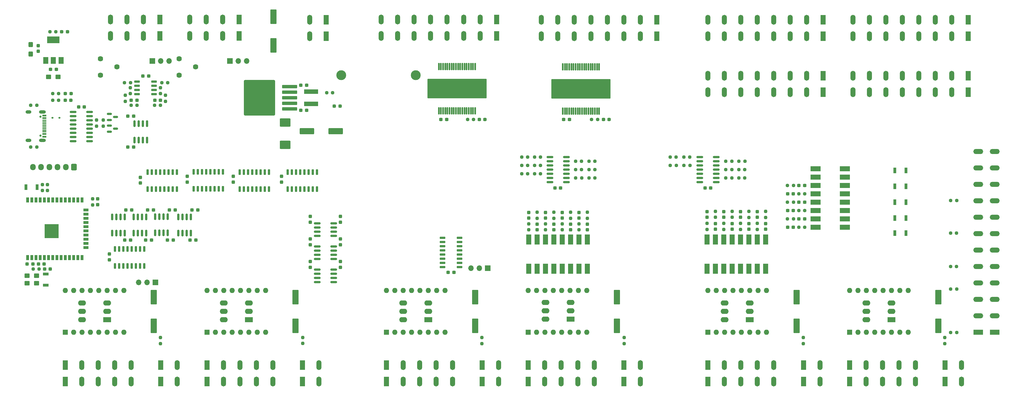
<source format=gts>
G04 #@! TF.GenerationSoftware,KiCad,Pcbnew,7.0.10*
G04 #@! TF.CreationDate,2024-02-23T22:38:10+01:00*
G04 #@! TF.ProjectId,FluidNC,466c7569-644e-4432-9e6b-696361645f70,rev?*
G04 #@! TF.SameCoordinates,Original*
G04 #@! TF.FileFunction,Soldermask,Top*
G04 #@! TF.FilePolarity,Negative*
%FSLAX46Y46*%
G04 Gerber Fmt 4.6, Leading zero omitted, Abs format (unit mm)*
G04 Created by KiCad (PCBNEW 7.0.10) date 2024-02-23 22:38:10*
%MOMM*%
%LPD*%
G01*
G04 APERTURE LIST*
G04 Aperture macros list*
%AMRoundRect*
0 Rectangle with rounded corners*
0 $1 Rounding radius*
0 $2 $3 $4 $5 $6 $7 $8 $9 X,Y pos of 4 corners*
0 Add a 4 corners polygon primitive as box body*
4,1,4,$2,$3,$4,$5,$6,$7,$8,$9,$2,$3,0*
0 Add four circle primitives for the rounded corners*
1,1,$1+$1,$2,$3*
1,1,$1+$1,$4,$5*
1,1,$1+$1,$6,$7*
1,1,$1+$1,$8,$9*
0 Add four rect primitives between the rounded corners*
20,1,$1+$1,$2,$3,$4,$5,0*
20,1,$1+$1,$4,$5,$6,$7,0*
20,1,$1+$1,$6,$7,$8,$9,0*
20,1,$1+$1,$8,$9,$2,$3,0*%
G04 Aperture macros list end*
%ADD10RoundRect,0.237500X-0.287500X-0.237500X0.287500X-0.237500X0.287500X0.237500X-0.287500X0.237500X0*%
%ADD11RoundRect,0.237500X-0.250000X-0.237500X0.250000X-0.237500X0.250000X0.237500X-0.250000X0.237500X0*%
%ADD12RoundRect,0.237500X0.250000X0.237500X-0.250000X0.237500X-0.250000X-0.237500X0.250000X-0.237500X0*%
%ADD13RoundRect,0.237500X0.237500X-0.250000X0.237500X0.250000X-0.237500X0.250000X-0.237500X-0.250000X0*%
%ADD14RoundRect,0.150000X-0.725000X-0.150000X0.725000X-0.150000X0.725000X0.150000X-0.725000X0.150000X0*%
%ADD15R,1.500000X3.000000*%
%ADD16O,1.500000X3.000000*%
%ADD17RoundRect,0.237500X-0.300000X-0.237500X0.300000X-0.237500X0.300000X0.237500X-0.300000X0.237500X0*%
%ADD18C,0.650000*%
%ADD19R,1.240000X0.600000*%
%ADD20R,1.240000X0.300000*%
%ADD21O,2.100000X1.000000*%
%ADD22O,1.800000X1.000000*%
%ADD23RoundRect,0.150000X-0.825000X-0.150000X0.825000X-0.150000X0.825000X0.150000X-0.825000X0.150000X0*%
%ADD24RoundRect,0.237500X-0.237500X0.250000X-0.237500X-0.250000X0.237500X-0.250000X0.237500X0.250000X0*%
%ADD25RoundRect,0.150000X-0.150000X0.825000X-0.150000X-0.825000X0.150000X-0.825000X0.150000X0.825000X0*%
%ADD26RoundRect,0.150000X0.150000X-0.725000X0.150000X0.725000X-0.150000X0.725000X-0.150000X-0.725000X0*%
%ADD27C,1.620000*%
%ADD28RoundRect,0.112500X0.187500X0.112500X-0.187500X0.112500X-0.187500X-0.112500X0.187500X-0.112500X0*%
%ADD29RoundRect,0.150000X-0.587500X-0.150000X0.587500X-0.150000X0.587500X0.150000X-0.587500X0.150000X0*%
%ADD30RoundRect,0.237500X0.300000X0.237500X-0.300000X0.237500X-0.300000X-0.237500X0.300000X-0.237500X0*%
%ADD31R,1.500000X2.000000*%
%ADD32R,3.800000X2.000000*%
%ADD33RoundRect,0.250000X-0.537500X-0.425000X0.537500X-0.425000X0.537500X0.425000X-0.537500X0.425000X0*%
%ADD34RoundRect,0.237500X-0.237500X0.300000X-0.237500X-0.300000X0.237500X-0.300000X0.237500X0.300000X0*%
%ADD35C,1.200000*%
%ADD36RoundRect,0.178500X-8.821500X-2.796500X8.821500X-2.796500X8.821500X2.796500X-8.821500X2.796500X0*%
%ADD37RoundRect,0.112500X-0.112500X-0.987500X0.112500X-0.987500X0.112500X0.987500X-0.112500X0.987500X0*%
%ADD38RoundRect,0.237500X0.237500X-0.300000X0.237500X0.300000X-0.237500X0.300000X-0.237500X-0.300000X0*%
%ADD39R,2.400000X1.600000*%
%ADD40O,2.400000X1.600000*%
%ADD41R,1.700000X1.700000*%
%ADD42O,1.700000X1.700000*%
%ADD43RoundRect,0.250000X0.700000X-1.950000X0.700000X1.950000X-0.700000X1.950000X-0.700000X-1.950000X0*%
%ADD44R,1.600000X3.100000*%
%ADD45R,1.600000X1.600000*%
%ADD46O,1.600000X1.600000*%
%ADD47RoundRect,0.250000X0.537500X0.425000X-0.537500X0.425000X-0.537500X-0.425000X0.537500X-0.425000X0*%
%ADD48RoundRect,0.250000X0.600000X0.725000X-0.600000X0.725000X-0.600000X-0.725000X0.600000X-0.725000X0*%
%ADD49O,1.700000X1.950000*%
%ADD50R,0.900000X1.700000*%
%ADD51C,3.000000*%
%ADD52R,3.000000X1.500000*%
%ADD53O,3.000000X1.500000*%
%ADD54RoundRect,0.150000X0.150000X-0.825000X0.150000X0.825000X-0.150000X0.825000X-0.150000X-0.825000X0*%
%ADD55RoundRect,0.150000X-0.150000X0.725000X-0.150000X-0.725000X0.150000X-0.725000X0.150000X0.725000X0*%
%ADD56R,4.200000X1.400000*%
%ADD57R,1.700000X0.900000*%
%ADD58R,3.100000X1.600000*%
%ADD59R,0.900000X1.500000*%
%ADD60R,1.500000X0.900000*%
%ADD61C,0.600000*%
%ADD62R,4.200000X4.200000*%
%ADD63RoundRect,0.150000X0.825000X0.150000X-0.825000X0.150000X-0.825000X-0.150000X0.825000X-0.150000X0*%
%ADD64RoundRect,0.250000X2.050000X0.300000X-2.050000X0.300000X-2.050000X-0.300000X2.050000X-0.300000X0*%
%ADD65RoundRect,0.250002X4.449998X5.149998X-4.449998X5.149998X-4.449998X-5.149998X4.449998X-5.149998X0*%
%ADD66RoundRect,0.250000X-1.400000X-1.000000X1.400000X-1.000000X1.400000X1.000000X-1.400000X1.000000X0*%
%ADD67RoundRect,0.237500X0.287500X0.237500X-0.287500X0.237500X-0.287500X-0.237500X0.287500X-0.237500X0*%
%ADD68RoundRect,0.250000X-0.425000X0.537500X-0.425000X-0.537500X0.425000X-0.537500X0.425000X0.537500X0*%
%ADD69RoundRect,0.250000X1.950000X0.700000X-1.950000X0.700000X-1.950000X-0.700000X1.950000X-0.700000X0*%
G04 APERTURE END LIST*
D10*
X12972500Y-29482500D03*
X14722500Y-29482500D03*
D11*
X3255000Y-80772000D03*
X5080000Y-80772000D03*
D12*
X233957500Y-65532000D03*
X232132500Y-65532000D03*
D13*
X43434000Y-29765000D03*
X43434000Y-27940000D03*
D14*
X127473000Y-71247000D03*
X127473000Y-72517000D03*
X127473000Y-73787000D03*
X127473000Y-75057000D03*
X127473000Y-76327000D03*
X127473000Y-77597000D03*
X127473000Y-78867000D03*
X127473000Y-80137000D03*
X132623000Y-80137000D03*
X132623000Y-78867000D03*
X132623000Y-77597000D03*
X132623000Y-76327000D03*
X132623000Y-75057000D03*
X132623000Y-73787000D03*
X132623000Y-72517000D03*
X132623000Y-71247000D03*
D15*
X143874000Y-9908000D03*
X143874000Y-4908000D03*
D16*
X138874000Y-9908000D03*
X138874000Y-4908000D03*
X133874000Y-9908000D03*
X133874000Y-4908000D03*
X128874000Y-9908000D03*
X128874000Y-4908000D03*
X123874000Y-9908000D03*
X123874000Y-4908000D03*
X118874000Y-9908000D03*
X118874000Y-4908000D03*
X113874000Y-9908000D03*
X113874000Y-4908000D03*
X108874000Y-9908000D03*
X108874000Y-4908000D03*
D15*
X13000000Y-110000000D03*
X13000000Y-115000000D03*
D16*
X18000000Y-110000000D03*
X18000000Y-115000000D03*
X23000000Y-110000000D03*
X23000000Y-115000000D03*
X28000000Y-110000000D03*
X28000000Y-115000000D03*
X33000000Y-110000000D03*
X33000000Y-115000000D03*
D11*
X151487500Y-46736000D03*
X153312500Y-46736000D03*
D17*
X161597000Y-56134000D03*
X163322000Y-56134000D03*
D13*
X22527500Y-37300500D03*
X22527500Y-35475500D03*
D18*
X5505500Y-34420000D03*
X5505500Y-40200000D03*
D19*
X6625500Y-34110000D03*
X6625500Y-34910000D03*
D20*
X6625500Y-36060000D03*
X6625500Y-37060000D03*
X6625500Y-37560000D03*
X6625500Y-38560000D03*
D19*
X6625500Y-39710000D03*
X6625500Y-40510000D03*
X6625500Y-40510000D03*
X6625500Y-39710000D03*
D20*
X6625500Y-39060000D03*
X6625500Y-38060000D03*
X6625500Y-36560000D03*
X6625500Y-35560000D03*
D19*
X6625500Y-34910000D03*
X6625500Y-34110000D03*
D21*
X6025500Y-32990000D03*
D22*
X1825500Y-32990000D03*
D21*
X6025500Y-41630000D03*
D22*
X1825500Y-41630000D03*
D11*
X200725000Y-49276000D03*
X202550000Y-49276000D03*
D23*
X89473000Y-66899000D03*
X89473000Y-68169000D03*
X89473000Y-69439000D03*
X89473000Y-70709000D03*
X94423000Y-70709000D03*
X94423000Y-69439000D03*
X94423000Y-68169000D03*
X94423000Y-66899000D03*
D15*
X153500000Y-110000000D03*
X153500000Y-115000000D03*
D16*
X158500000Y-110000000D03*
X158500000Y-115000000D03*
X163500000Y-110000000D03*
X163500000Y-115000000D03*
X168500000Y-110000000D03*
X168500000Y-115000000D03*
X173500000Y-110000000D03*
X173500000Y-115000000D03*
D24*
X217932000Y-66882000D03*
X217932000Y-68707000D03*
D11*
X42267500Y-24130000D03*
X44092500Y-24130000D03*
D13*
X85090000Y-103378000D03*
X85090000Y-101553000D03*
D25*
X51069000Y-64900000D03*
X49799000Y-64900000D03*
X48529000Y-64900000D03*
X47259000Y-64900000D03*
X47259000Y-69850000D03*
X48529000Y-69850000D03*
X49799000Y-69850000D03*
X51069000Y-69850000D03*
D13*
X182626000Y-103425000D03*
X182626000Y-101600000D03*
D11*
X151487500Y-49276000D03*
X153312500Y-49276000D03*
D26*
X37973000Y-56458000D03*
X39243000Y-56458000D03*
X40513000Y-56458000D03*
X41783000Y-56458000D03*
X43053000Y-56458000D03*
X44323000Y-56458000D03*
X45593000Y-56458000D03*
X46863000Y-56458000D03*
X46863000Y-51308000D03*
X45593000Y-51308000D03*
X44323000Y-51308000D03*
X43053000Y-51308000D03*
X41783000Y-51308000D03*
X40513000Y-51308000D03*
X39243000Y-51308000D03*
X37973000Y-51308000D03*
D17*
X127000000Y-35306000D03*
X128725000Y-35306000D03*
D27*
X47538000Y-21804000D03*
X52538000Y-19304000D03*
X47538000Y-16804000D03*
D12*
X283511000Y-59944000D03*
X281686000Y-59944000D03*
D28*
X11208500Y-34816500D03*
X9108500Y-34816500D03*
D29*
X26416000Y-33594000D03*
X26416000Y-35494000D03*
X28291000Y-34544000D03*
D12*
X173736000Y-50546000D03*
X171911000Y-50546000D03*
D24*
X168910000Y-67032500D03*
X168910000Y-68857500D03*
D15*
X110500000Y-110000000D03*
X110500000Y-115000000D03*
D16*
X115500000Y-110000000D03*
X115500000Y-115000000D03*
X120500000Y-110000000D03*
X120500000Y-115000000D03*
X125500000Y-110000000D03*
X125500000Y-115000000D03*
X130500000Y-110000000D03*
X130500000Y-115000000D03*
D30*
X130910500Y-81788000D03*
X129185500Y-81788000D03*
D15*
X85000000Y-110000000D03*
X85000000Y-115000000D03*
D16*
X90000000Y-110000000D03*
X90000000Y-115000000D03*
D11*
X32973000Y-30988000D03*
X34798000Y-30988000D03*
D31*
X7098000Y-17374000D03*
X9398000Y-17374000D03*
D32*
X9398000Y-11074000D03*
D31*
X11698000Y-17374000D03*
D33*
X1443000Y-85090000D03*
X4318000Y-85090000D03*
D34*
X225552000Y-66932000D03*
X225552000Y-68657000D03*
D35*
X164980000Y-24500000D03*
X164980000Y-26000000D03*
X164980000Y-27500000D03*
X166480000Y-24500000D03*
X166480000Y-26000000D03*
X166480000Y-27500000D03*
X167980000Y-24500000D03*
X167980000Y-26000000D03*
X167980000Y-27500000D03*
X169480000Y-24500000D03*
X169480000Y-26000000D03*
D36*
X169480000Y-26000000D03*
D35*
X169480000Y-27500000D03*
X170980000Y-24500000D03*
X170980000Y-26000000D03*
X170980000Y-27500000D03*
X172480000Y-24500000D03*
X172480000Y-26000000D03*
X172480000Y-27500000D03*
X173980000Y-24500000D03*
X173980000Y-26000000D03*
X173980000Y-27500000D03*
D37*
X163955000Y-32740000D03*
X164605000Y-32740000D03*
X165255000Y-32740000D03*
X165905000Y-32740000D03*
X166555000Y-32740000D03*
X167205000Y-32740000D03*
X167855000Y-32740000D03*
X168505000Y-32740000D03*
X169155000Y-32740000D03*
X169805000Y-32740000D03*
X170455000Y-32740000D03*
X171105000Y-32740000D03*
X171755000Y-32740000D03*
X172405000Y-32740000D03*
X173055000Y-32740000D03*
X173705000Y-32740000D03*
X174355000Y-32740000D03*
X175005000Y-32740000D03*
X175005000Y-19260000D03*
X174355000Y-19260000D03*
X173705000Y-19260000D03*
X173055000Y-19260000D03*
X172405000Y-19260000D03*
X171755000Y-19260000D03*
X171105000Y-19260000D03*
X170455000Y-19260000D03*
X169805000Y-19260000D03*
X169155000Y-19260000D03*
X168505000Y-19260000D03*
X167855000Y-19260000D03*
X167205000Y-19260000D03*
X166555000Y-19260000D03*
X165905000Y-19260000D03*
X165255000Y-19260000D03*
X164605000Y-19260000D03*
X163955000Y-19260000D03*
D38*
X87376000Y-73353000D03*
X87376000Y-71628000D03*
D15*
X182500000Y-110000000D03*
X182500000Y-115000000D03*
D16*
X187500000Y-110000000D03*
X187500000Y-115000000D03*
D17*
X31084000Y-71947000D03*
X32809000Y-71947000D03*
D10*
X13000500Y-27450500D03*
X14750500Y-27450500D03*
D34*
X207772000Y-63299000D03*
X207772000Y-65024000D03*
D24*
X163830000Y-67032500D03*
X163830000Y-68857500D03*
D15*
X192480000Y-10000000D03*
X192480000Y-5000000D03*
D16*
X187480000Y-10000000D03*
X187480000Y-5000000D03*
X182480000Y-10000000D03*
X182480000Y-5000000D03*
X177480000Y-10000000D03*
X177480000Y-5000000D03*
X172480000Y-10000000D03*
X172480000Y-5000000D03*
X167480000Y-10000000D03*
X167480000Y-5000000D03*
X162480000Y-10000000D03*
X162480000Y-5000000D03*
X157480000Y-10000000D03*
X157480000Y-5000000D03*
D17*
X33020000Y-29464000D03*
X34745000Y-29464000D03*
D30*
X33729000Y-34290000D03*
X32004000Y-34290000D03*
D34*
X35814000Y-52885000D03*
X35814000Y-54610000D03*
D12*
X169672000Y-50546000D03*
X167847000Y-50546000D03*
D30*
X86206500Y-24892000D03*
X84481500Y-24892000D03*
D39*
X68690000Y-96210000D03*
D40*
X68690000Y-93670000D03*
X68690000Y-91130000D03*
X61070000Y-91130000D03*
X61070000Y-93670000D03*
X61070000Y-96210000D03*
D15*
X243000000Y-10000000D03*
X243000000Y-5000000D03*
D16*
X238000000Y-10000000D03*
X238000000Y-5000000D03*
X233000000Y-10000000D03*
X233000000Y-5000000D03*
X228000000Y-10000000D03*
X228000000Y-5000000D03*
X223000000Y-10000000D03*
X223000000Y-5000000D03*
X218000000Y-10000000D03*
X218000000Y-5000000D03*
X213000000Y-10000000D03*
X213000000Y-5000000D03*
X208000000Y-10000000D03*
X208000000Y-5000000D03*
D15*
X56000000Y-110000000D03*
X56000000Y-115000000D03*
D16*
X61000000Y-110000000D03*
X61000000Y-115000000D03*
X66000000Y-110000000D03*
X66000000Y-115000000D03*
X71000000Y-110000000D03*
X71000000Y-115000000D03*
X76000000Y-110000000D03*
X76000000Y-115000000D03*
D11*
X235585000Y-68072000D03*
X237410000Y-68072000D03*
D15*
X42000000Y-110000000D03*
X42000000Y-115000000D03*
D16*
X47000000Y-110000000D03*
X47000000Y-115000000D03*
D41*
X141209000Y-80518000D03*
D42*
X138669000Y-80518000D03*
X136129000Y-80518000D03*
D34*
X217932000Y-63299000D03*
X217932000Y-65024000D03*
X210312000Y-66932000D03*
X210312000Y-68657000D03*
D12*
X215250000Y-50546000D03*
X213425000Y-50546000D03*
D39*
X220690000Y-96210000D03*
D40*
X220690000Y-93670000D03*
X220690000Y-91130000D03*
X213070000Y-91130000D03*
X213070000Y-93670000D03*
X213070000Y-96210000D03*
D34*
X166370000Y-67109000D03*
X166370000Y-68834000D03*
D43*
X76200000Y-12732000D03*
X76200000Y-4032000D03*
D15*
X65750000Y-9906000D03*
X65750000Y-4906000D03*
D16*
X60750000Y-9906000D03*
X60750000Y-4906000D03*
X55750000Y-9906000D03*
X55750000Y-4906000D03*
X50750000Y-9906000D03*
X50750000Y-4906000D03*
D12*
X174545000Y-35306000D03*
X172720000Y-35306000D03*
D11*
X235561500Y-62992000D03*
X237386500Y-62992000D03*
D15*
X92202000Y-10000000D03*
X92202000Y-5000000D03*
D16*
X87202000Y-10000000D03*
X87202000Y-5000000D03*
D44*
X153670000Y-80645000D03*
X156210000Y-80645000D03*
X158750000Y-80645000D03*
X161290000Y-80645000D03*
X163830000Y-80645000D03*
X166370000Y-80645000D03*
X168910000Y-80645000D03*
X171450000Y-80645000D03*
X171450000Y-71755000D03*
X168910000Y-71755000D03*
X166370000Y-71755000D03*
X163830000Y-71755000D03*
X161290000Y-71755000D03*
X158750000Y-71755000D03*
X156210000Y-71755000D03*
X153670000Y-71755000D03*
D12*
X219249000Y-48006000D03*
X217424000Y-48006000D03*
D45*
X13000000Y-100000000D03*
D46*
X15540000Y-100000000D03*
X18080000Y-100000000D03*
X20620000Y-100000000D03*
X23160000Y-100000000D03*
X25700000Y-100000000D03*
X28240000Y-100000000D03*
X30780000Y-100000000D03*
X30780000Y-87300000D03*
X28240000Y-87300000D03*
X25700000Y-87300000D03*
X23160000Y-87300000D03*
X20620000Y-87300000D03*
X18080000Y-87300000D03*
X15540000Y-87300000D03*
X13000000Y-87300000D03*
D12*
X136906000Y-35306000D03*
X135081000Y-35306000D03*
D45*
X153500000Y-100000000D03*
D46*
X156040000Y-100000000D03*
X158580000Y-100000000D03*
X161120000Y-100000000D03*
X163660000Y-100000000D03*
X166200000Y-100000000D03*
X168740000Y-100000000D03*
X171280000Y-100000000D03*
X171280000Y-87300000D03*
X168740000Y-87300000D03*
X166200000Y-87300000D03*
X163660000Y-87300000D03*
X161120000Y-87300000D03*
X158580000Y-87300000D03*
X156040000Y-87300000D03*
X153500000Y-87300000D03*
D14*
X34763000Y-23749000D03*
X34763000Y-25019000D03*
X34763000Y-26289000D03*
X34763000Y-27559000D03*
X39913000Y-27559000D03*
X39913000Y-26289000D03*
X39913000Y-25019000D03*
X39913000Y-23749000D03*
D26*
X80518000Y-56423000D03*
X81788000Y-56423000D03*
X83058000Y-56423000D03*
X84328000Y-56423000D03*
X85598000Y-56423000D03*
X86868000Y-56423000D03*
X88138000Y-56423000D03*
X89408000Y-56423000D03*
X89408000Y-51273000D03*
X88138000Y-51273000D03*
X86868000Y-51273000D03*
X85598000Y-51273000D03*
X84328000Y-51273000D03*
X83058000Y-51273000D03*
X81788000Y-51273000D03*
X80518000Y-51273000D03*
D47*
X10835500Y-22352000D03*
X7960500Y-22352000D03*
D48*
X15668000Y-49784000D03*
D49*
X13168000Y-49784000D03*
X10668000Y-49784000D03*
X8168000Y-49784000D03*
X5668000Y-49784000D03*
X3168000Y-49784000D03*
D23*
X15388500Y-33038500D03*
X15388500Y-34308500D03*
X15388500Y-35578500D03*
X15388500Y-36848500D03*
X15388500Y-38118500D03*
X15388500Y-39388500D03*
X15388500Y-40658500D03*
X15388500Y-41928500D03*
X20338500Y-41928500D03*
X20338500Y-40658500D03*
X20338500Y-39388500D03*
X20338500Y-38118500D03*
X20338500Y-36848500D03*
X20338500Y-35578500D03*
X20338500Y-34308500D03*
X20338500Y-33038500D03*
D38*
X96520000Y-66495000D03*
X96520000Y-64770000D03*
D24*
X153670000Y-67032500D03*
X153670000Y-68857500D03*
D50*
X268146000Y-50800000D03*
X264746000Y-50800000D03*
D11*
X155401000Y-46736000D03*
X157226000Y-46736000D03*
D50*
X1045000Y-55880000D03*
X4445000Y-55880000D03*
D12*
X233957500Y-55372000D03*
X232132500Y-55372000D03*
D38*
X22860000Y-61161000D03*
X22860000Y-59436000D03*
D17*
X235638000Y-65532000D03*
X237363000Y-65532000D03*
D39*
X166360000Y-96022000D03*
D40*
X166360000Y-93482000D03*
X166360000Y-90942000D03*
X158740000Y-90942000D03*
X158740000Y-93482000D03*
X158740000Y-96022000D03*
D51*
X119380000Y-21844000D03*
X96780000Y-21844000D03*
D17*
X31395500Y-62803000D03*
X33120500Y-62803000D03*
D11*
X92305500Y-27178000D03*
X94130500Y-27178000D03*
D30*
X33729000Y-43688000D03*
X32004000Y-43688000D03*
D13*
X139446000Y-103425000D03*
X139446000Y-101600000D03*
D34*
X215392000Y-66932000D03*
X215392000Y-68657000D03*
D24*
X223012000Y-66882000D03*
X223012000Y-68707000D03*
D12*
X169672000Y-48006000D03*
X167847000Y-48006000D03*
X215250000Y-48006000D03*
X213425000Y-48006000D03*
X32813000Y-24130000D03*
X30988000Y-24130000D03*
D52*
X290000000Y-100000000D03*
X295000000Y-100000000D03*
D53*
X290000000Y-95000000D03*
X295000000Y-95000000D03*
X290000000Y-90000000D03*
X295000000Y-90000000D03*
X290000000Y-85000000D03*
X295000000Y-85000000D03*
X290000000Y-80000000D03*
X295000000Y-80000000D03*
X290000000Y-75000000D03*
X295000000Y-75000000D03*
X290000000Y-70000000D03*
X295000000Y-70000000D03*
X290000000Y-65000000D03*
X295000000Y-65000000D03*
X290000000Y-60000000D03*
X295000000Y-60000000D03*
X290000000Y-55000000D03*
X295000000Y-55000000D03*
X290000000Y-50000000D03*
X295000000Y-50000000D03*
X290000000Y-45000000D03*
X295000000Y-45000000D03*
D17*
X232182500Y-57912000D03*
X233907500Y-57912000D03*
D44*
X207772000Y-80645000D03*
X210312000Y-80645000D03*
X212852000Y-80645000D03*
X215392000Y-80645000D03*
X217932000Y-80645000D03*
X220472000Y-80645000D03*
X223012000Y-80645000D03*
X225552000Y-80645000D03*
X225552000Y-71755000D03*
X223012000Y-71755000D03*
X220472000Y-71755000D03*
X217932000Y-71755000D03*
X215392000Y-71755000D03*
X212852000Y-71755000D03*
X210312000Y-71755000D03*
X207772000Y-71755000D03*
D17*
X84481500Y-32512000D03*
X86206500Y-32512000D03*
X235638000Y-60452000D03*
X237363000Y-60452000D03*
X50896000Y-71947000D03*
X52621000Y-71947000D03*
D41*
X62992000Y-17526000D03*
D42*
X65532000Y-17526000D03*
X68072000Y-17526000D03*
D24*
X6096000Y-55071000D03*
X6096000Y-56896000D03*
D13*
X279908000Y-103425000D03*
X279908000Y-101600000D03*
X225552000Y-65071000D03*
X225552000Y-63246000D03*
D12*
X283511000Y-86868000D03*
X281686000Y-86868000D03*
D34*
X161290000Y-67109000D03*
X161290000Y-68834000D03*
D50*
X268146000Y-60452000D03*
X264746000Y-60452000D03*
D33*
X1443000Y-82804000D03*
X4318000Y-82804000D03*
D34*
X163830000Y-63553000D03*
X163830000Y-65278000D03*
D43*
X137390000Y-98010000D03*
X137390000Y-89310000D03*
X82890000Y-98010000D03*
X82890000Y-89310000D03*
D11*
X2511500Y-31006500D03*
X4336500Y-31006500D03*
D13*
X210312000Y-65024000D03*
X210312000Y-63199000D03*
D26*
X65913000Y-56458000D03*
X67183000Y-56458000D03*
X68453000Y-56458000D03*
X69723000Y-56458000D03*
X70993000Y-56458000D03*
X72263000Y-56458000D03*
X73533000Y-56458000D03*
X74803000Y-56458000D03*
X74803000Y-51308000D03*
X73533000Y-51308000D03*
X72263000Y-51308000D03*
X70993000Y-51308000D03*
X69723000Y-51308000D03*
X68453000Y-51308000D03*
X67183000Y-51308000D03*
X65913000Y-51308000D03*
D30*
X38301000Y-22098000D03*
X36576000Y-22098000D03*
D17*
X4879000Y-79248000D03*
X6604000Y-79248000D03*
D11*
X8335000Y-8636000D03*
X10160000Y-8636000D03*
D17*
X235638000Y-55372000D03*
X237363000Y-55372000D03*
D12*
X173736000Y-53086000D03*
X171911000Y-53086000D03*
D45*
X110500000Y-100000000D03*
D46*
X113040000Y-100000000D03*
X115580000Y-100000000D03*
X118120000Y-100000000D03*
X120660000Y-100000000D03*
X123200000Y-100000000D03*
X125740000Y-100000000D03*
X128280000Y-100000000D03*
X128280000Y-87300000D03*
X125740000Y-87300000D03*
X123200000Y-87300000D03*
X120660000Y-87300000D03*
X118120000Y-87300000D03*
X115580000Y-87300000D03*
X113040000Y-87300000D03*
X110500000Y-87300000D03*
D15*
X280000000Y-110000000D03*
X280000000Y-115000000D03*
D16*
X285000000Y-110000000D03*
X285000000Y-115000000D03*
D17*
X37999500Y-62803000D03*
X39724500Y-62803000D03*
D12*
X215250000Y-53086000D03*
X213425000Y-53086000D03*
D13*
X161290000Y-65325000D03*
X161290000Y-63500000D03*
D34*
X158750000Y-63553000D03*
X158750000Y-65278000D03*
D24*
X41910000Y-25607000D03*
X41910000Y-27432000D03*
D15*
X237000000Y-110000000D03*
X237000000Y-115000000D03*
D16*
X242000000Y-110000000D03*
X242000000Y-115000000D03*
D11*
X9162500Y-29482500D03*
X10987500Y-29482500D03*
D15*
X251000000Y-110000000D03*
X251000000Y-115000000D03*
D16*
X256000000Y-110000000D03*
X256000000Y-115000000D03*
X261000000Y-110000000D03*
X261000000Y-115000000D03*
X266000000Y-110000000D03*
X266000000Y-115000000D03*
X271000000Y-110000000D03*
X271000000Y-115000000D03*
D54*
X34036000Y-41526000D03*
X35306000Y-41526000D03*
X36576000Y-41526000D03*
X37846000Y-41526000D03*
X37846000Y-36576000D03*
X36576000Y-36576000D03*
X35306000Y-36576000D03*
X34036000Y-36576000D03*
D26*
X51943000Y-56388000D03*
X53213000Y-56388000D03*
X54483000Y-56388000D03*
X55753000Y-56388000D03*
X57023000Y-56388000D03*
X58293000Y-56388000D03*
X59563000Y-56388000D03*
X60833000Y-56388000D03*
X60833000Y-51238000D03*
X59563000Y-51238000D03*
X58293000Y-51238000D03*
X57023000Y-51238000D03*
X55753000Y-51238000D03*
X54483000Y-51238000D03*
X53213000Y-51238000D03*
X51943000Y-51238000D03*
D50*
X268146000Y-69850000D03*
X264746000Y-69850000D03*
D12*
X41910000Y-30988000D03*
X40085000Y-30988000D03*
D55*
X36957000Y-74641000D03*
X35687000Y-74641000D03*
X34417000Y-74641000D03*
X33147000Y-74641000D03*
X31877000Y-74641000D03*
X30607000Y-74641000D03*
X29337000Y-74641000D03*
X28067000Y-74641000D03*
X28067000Y-79791000D03*
X29337000Y-79791000D03*
X30607000Y-79791000D03*
X31877000Y-79791000D03*
X33147000Y-79791000D03*
X34417000Y-79791000D03*
X35687000Y-79791000D03*
X36957000Y-79791000D03*
D11*
X155401000Y-51816000D03*
X157226000Y-51816000D03*
D34*
X153670000Y-63553000D03*
X153670000Y-65278000D03*
D12*
X169719000Y-53086000D03*
X167894000Y-53086000D03*
D27*
X23662000Y-21804000D03*
X28662000Y-19304000D03*
X23662000Y-16804000D03*
D12*
X283511000Y-100076000D03*
X281686000Y-100076000D03*
X219202000Y-53086000D03*
X217377000Y-53086000D03*
D13*
X21336000Y-61261000D03*
X21336000Y-59436000D03*
D12*
X283464000Y-69850000D03*
X281639000Y-69850000D03*
D30*
X41910000Y-29464000D03*
X40185000Y-29464000D03*
D13*
X156210000Y-65325000D03*
X156210000Y-63500000D03*
D11*
X196596000Y-49276000D03*
X198421000Y-49276000D03*
D50*
X268146000Y-65278000D03*
X264746000Y-65278000D03*
D43*
X277890000Y-98010000D03*
X277890000Y-89310000D03*
D56*
X87630000Y-30552000D03*
X87630000Y-26852000D03*
D57*
X7112000Y-85696000D03*
X7112000Y-82296000D03*
D10*
X94629000Y-31242000D03*
X96379000Y-31242000D03*
D45*
X56000000Y-100000000D03*
D46*
X58540000Y-100000000D03*
X61080000Y-100000000D03*
X63620000Y-100000000D03*
X66160000Y-100000000D03*
X68700000Y-100000000D03*
X71240000Y-100000000D03*
X73780000Y-100000000D03*
X73780000Y-87300000D03*
X71240000Y-87300000D03*
X68700000Y-87300000D03*
X66160000Y-87300000D03*
X63620000Y-87300000D03*
X61080000Y-87300000D03*
X58540000Y-87300000D03*
X56000000Y-87300000D03*
D35*
X127374000Y-24408000D03*
X127374000Y-25908000D03*
X127374000Y-27408000D03*
X128874000Y-24408000D03*
X128874000Y-25908000D03*
X128874000Y-27408000D03*
X130374000Y-24408000D03*
X130374000Y-25908000D03*
X130374000Y-27408000D03*
X131874000Y-24408000D03*
X131874000Y-25908000D03*
D36*
X131874000Y-25908000D03*
D35*
X131874000Y-27408000D03*
X133374000Y-24408000D03*
X133374000Y-25908000D03*
X133374000Y-27408000D03*
X134874000Y-24408000D03*
X134874000Y-25908000D03*
X134874000Y-27408000D03*
X136374000Y-24408000D03*
X136374000Y-25908000D03*
X136374000Y-27408000D03*
D37*
X126349000Y-32648000D03*
X126999000Y-32648000D03*
X127649000Y-32648000D03*
X128299000Y-32648000D03*
X128949000Y-32648000D03*
X129599000Y-32648000D03*
X130249000Y-32648000D03*
X130899000Y-32648000D03*
X131549000Y-32648000D03*
X132199000Y-32648000D03*
X132849000Y-32648000D03*
X133499000Y-32648000D03*
X134149000Y-32648000D03*
X134799000Y-32648000D03*
X135449000Y-32648000D03*
X136099000Y-32648000D03*
X136749000Y-32648000D03*
X137399000Y-32648000D03*
X137399000Y-19168000D03*
X136749000Y-19168000D03*
X136099000Y-19168000D03*
X135449000Y-19168000D03*
X134799000Y-19168000D03*
X134149000Y-19168000D03*
X133499000Y-19168000D03*
X132849000Y-19168000D03*
X132199000Y-19168000D03*
X131549000Y-19168000D03*
X130899000Y-19168000D03*
X130249000Y-19168000D03*
X129599000Y-19168000D03*
X128949000Y-19168000D03*
X128299000Y-19168000D03*
X127649000Y-19168000D03*
X126999000Y-19168000D03*
X126349000Y-19168000D03*
D25*
X31069000Y-64900000D03*
X29799000Y-64900000D03*
X28529000Y-64900000D03*
X27259000Y-64900000D03*
X27259000Y-69850000D03*
X28529000Y-69850000D03*
X29799000Y-69850000D03*
X31069000Y-69850000D03*
D34*
X223012000Y-63299000D03*
X223012000Y-65024000D03*
D11*
X200678000Y-46736000D03*
X202503000Y-46736000D03*
D15*
X243000000Y-27000000D03*
X243000000Y-22000000D03*
D16*
X238000000Y-27000000D03*
X238000000Y-22000000D03*
X233000000Y-27000000D03*
X233000000Y-22000000D03*
X228000000Y-27000000D03*
X228000000Y-22000000D03*
X223000000Y-27000000D03*
X223000000Y-22000000D03*
X218000000Y-27000000D03*
X218000000Y-22000000D03*
X213000000Y-27000000D03*
X213000000Y-22000000D03*
X208000000Y-27000000D03*
X208000000Y-22000000D03*
D38*
X87376000Y-80211000D03*
X87376000Y-78486000D03*
D13*
X236982000Y-103425000D03*
X236982000Y-101600000D03*
D12*
X233957500Y-60452000D03*
X232132500Y-60452000D03*
D24*
X158750000Y-67032500D03*
X158750000Y-68857500D03*
D13*
X41910000Y-103425000D03*
X41910000Y-101600000D03*
D23*
X89473000Y-73899000D03*
X89473000Y-75169000D03*
X89473000Y-76439000D03*
X89473000Y-77709000D03*
X94423000Y-77709000D03*
X94423000Y-76439000D03*
X94423000Y-75169000D03*
X94423000Y-73899000D03*
D34*
X212852000Y-63299000D03*
X212852000Y-65024000D03*
D12*
X283464000Y-80010000D03*
X281639000Y-80010000D03*
D58*
X249555000Y-68072000D03*
X249555000Y-65532000D03*
X249555000Y-62992000D03*
X249555000Y-60452000D03*
X249555000Y-57912000D03*
X249555000Y-55372000D03*
X249555000Y-52832000D03*
X249555000Y-50292000D03*
X240665000Y-50292000D03*
X240665000Y-52832000D03*
X240665000Y-55372000D03*
X240665000Y-57912000D03*
X240665000Y-60452000D03*
X240665000Y-62992000D03*
X240665000Y-65532000D03*
X240665000Y-68072000D03*
D39*
X263690000Y-96210000D03*
D40*
X263690000Y-93670000D03*
X263690000Y-91130000D03*
X256070000Y-91130000D03*
X256070000Y-93670000D03*
X256070000Y-96210000D03*
D59*
X1550000Y-77285000D03*
X2820000Y-77285000D03*
X4090000Y-77285000D03*
X5360000Y-77285000D03*
X6630000Y-77285000D03*
X7900000Y-77285000D03*
X9170000Y-77285000D03*
X10440000Y-77285000D03*
X11710000Y-77285000D03*
X12980000Y-77285000D03*
X14250000Y-77285000D03*
X15520000Y-77285000D03*
X16790000Y-77285000D03*
X18060000Y-77285000D03*
D60*
X19310000Y-74245000D03*
X19310000Y-72975000D03*
X19310000Y-71705000D03*
X19310000Y-70435000D03*
X19310000Y-69165000D03*
X19310000Y-67895000D03*
X19310000Y-66625000D03*
X19310000Y-65355000D03*
X19310000Y-64085000D03*
X19310000Y-62815000D03*
D59*
X18060000Y-59785000D03*
X16790000Y-59785000D03*
X15520000Y-59785000D03*
X14250000Y-59785000D03*
X12980000Y-59785000D03*
X11710000Y-59785000D03*
X10440000Y-59785000D03*
X9170000Y-59785000D03*
X7900000Y-59785000D03*
X6630000Y-59785000D03*
X5360000Y-59785000D03*
X4090000Y-59785000D03*
X2820000Y-59785000D03*
X1550000Y-59785000D03*
D61*
X8127500Y-70740000D03*
X9652500Y-70740000D03*
X7365000Y-69977500D03*
X8890000Y-69977500D03*
X10415000Y-69977500D03*
X8127500Y-69215000D03*
D62*
X8890000Y-69215000D03*
D61*
X9652500Y-69215000D03*
X7365000Y-68452500D03*
X8890000Y-68452500D03*
X10415000Y-68452500D03*
X8127500Y-67690000D03*
X9652500Y-67690000D03*
D34*
X171450000Y-67109000D03*
X171450000Y-68834000D03*
D17*
X44603500Y-62803000D03*
X46328500Y-62803000D03*
D41*
X40386000Y-84836000D03*
D42*
X37846000Y-84836000D03*
X35306000Y-84836000D03*
D34*
X156210000Y-67109000D03*
X156210000Y-68834000D03*
D63*
X165035000Y-54356000D03*
X165035000Y-53086000D03*
X165035000Y-51816000D03*
X165035000Y-50546000D03*
X165035000Y-49276000D03*
X165035000Y-48006000D03*
X165035000Y-46736000D03*
X160085000Y-46736000D03*
X160085000Y-48006000D03*
X160085000Y-49276000D03*
X160085000Y-50546000D03*
X160085000Y-51816000D03*
X160085000Y-53086000D03*
X160085000Y-54356000D03*
D23*
X89473000Y-80899000D03*
X89473000Y-82169000D03*
X89473000Y-83439000D03*
X89473000Y-84709000D03*
X94423000Y-84709000D03*
X94423000Y-83439000D03*
X94423000Y-82169000D03*
X94423000Y-80899000D03*
D24*
X32766000Y-25607000D03*
X32766000Y-27432000D03*
D39*
X25690000Y-96210000D03*
D40*
X25690000Y-93670000D03*
X25690000Y-91130000D03*
X18070000Y-91130000D03*
X18070000Y-93670000D03*
X18070000Y-96210000D03*
D11*
X196549000Y-46736000D03*
X198374000Y-46736000D03*
D45*
X251000000Y-100000000D03*
D46*
X253540000Y-100000000D03*
X256080000Y-100000000D03*
X258620000Y-100000000D03*
X261160000Y-100000000D03*
X263700000Y-100000000D03*
X266240000Y-100000000D03*
X268780000Y-100000000D03*
X268780000Y-87300000D03*
X266240000Y-87300000D03*
X263700000Y-87300000D03*
X261160000Y-87300000D03*
X258620000Y-87300000D03*
X256080000Y-87300000D03*
X253540000Y-87300000D03*
X251000000Y-87300000D03*
D43*
X180390000Y-98010000D03*
X180390000Y-89310000D03*
D11*
X235561500Y-57912000D03*
X237386500Y-57912000D03*
D24*
X212852000Y-66882000D03*
X212852000Y-68707000D03*
D38*
X96520000Y-80211000D03*
X96520000Y-78486000D03*
D63*
X210501000Y-54356000D03*
X210501000Y-53086000D03*
X210501000Y-51816000D03*
X210501000Y-50546000D03*
X210501000Y-49276000D03*
X210501000Y-48006000D03*
X210501000Y-46736000D03*
X205551000Y-46736000D03*
X205551000Y-48006000D03*
X205551000Y-49276000D03*
X205551000Y-50546000D03*
X205551000Y-51816000D03*
X205551000Y-53086000D03*
X205551000Y-54356000D03*
D17*
X232209000Y-62992000D03*
X233934000Y-62992000D03*
D64*
X81056000Y-32102000D03*
X81056000Y-30402000D03*
X81056000Y-28702000D03*
D65*
X71906000Y-28702000D03*
D64*
X81056000Y-27002000D03*
X81056000Y-25302000D03*
D17*
X164237500Y-35306000D03*
X165962500Y-35306000D03*
D15*
X287000000Y-27000000D03*
X287000000Y-22000000D03*
D16*
X282000000Y-27000000D03*
X282000000Y-22000000D03*
X277000000Y-27000000D03*
X277000000Y-22000000D03*
X272000000Y-27000000D03*
X272000000Y-22000000D03*
X267000000Y-27000000D03*
X267000000Y-22000000D03*
X262000000Y-27000000D03*
X262000000Y-22000000D03*
X257000000Y-27000000D03*
X257000000Y-22000000D03*
X252000000Y-27000000D03*
X252000000Y-22000000D03*
D34*
X4826000Y-12853500D03*
X4826000Y-14578500D03*
X50038000Y-52578000D03*
X50038000Y-54303000D03*
D41*
X39385000Y-17526000D03*
D42*
X41925000Y-17526000D03*
X44465000Y-17526000D03*
D50*
X268146000Y-55626000D03*
X264746000Y-55626000D03*
D17*
X232209000Y-68072000D03*
X233934000Y-68072000D03*
D34*
X64008000Y-52578000D03*
X64008000Y-54303000D03*
D13*
X31242000Y-29765000D03*
X31242000Y-27940000D03*
X215392000Y-65024000D03*
X215392000Y-63199000D03*
D17*
X37434000Y-71947000D03*
X39159000Y-71947000D03*
D66*
X79756000Y-36224000D03*
X79756000Y-43024000D03*
D15*
X208000000Y-110000000D03*
X208000000Y-115000000D03*
D16*
X213000000Y-110000000D03*
X213000000Y-115000000D03*
X218000000Y-110000000D03*
X218000000Y-115000000D03*
X223000000Y-110000000D03*
X223000000Y-115000000D03*
X228000000Y-110000000D03*
X228000000Y-115000000D03*
D13*
X220472000Y-65071000D03*
X220472000Y-63246000D03*
D24*
X24559500Y-35475500D03*
X24559500Y-37300500D03*
D25*
X44069000Y-64835000D03*
X42799000Y-64835000D03*
X41529000Y-64835000D03*
X40259000Y-64835000D03*
X40259000Y-69785000D03*
X41529000Y-69785000D03*
X42799000Y-69785000D03*
X44069000Y-69785000D03*
D13*
X166370000Y-65325000D03*
X166370000Y-63500000D03*
D34*
X78613000Y-52578000D03*
X78613000Y-54303000D03*
D17*
X51461500Y-62803000D03*
X53186500Y-62803000D03*
D12*
X173736000Y-48006000D03*
X171911000Y-48006000D03*
D15*
X139500000Y-110000000D03*
X139500000Y-115000000D03*
D16*
X144500000Y-110000000D03*
X144500000Y-115000000D03*
D17*
X207128000Y-56134000D03*
X208853000Y-56134000D03*
D15*
X287000000Y-10000000D03*
X287000000Y-5000000D03*
D16*
X282000000Y-10000000D03*
X282000000Y-5000000D03*
X277000000Y-10000000D03*
X277000000Y-5000000D03*
X272000000Y-10000000D03*
X272000000Y-5000000D03*
X267000000Y-10000000D03*
X267000000Y-5000000D03*
X262000000Y-10000000D03*
X262000000Y-5000000D03*
X257000000Y-10000000D03*
X257000000Y-5000000D03*
X252000000Y-10000000D03*
X252000000Y-5000000D03*
D43*
X234890000Y-98010000D03*
X234890000Y-89310000D03*
X39890000Y-98010000D03*
X39890000Y-89310000D03*
D11*
X9162500Y-27450500D03*
X10987500Y-27450500D03*
D67*
X178054000Y-35306000D03*
X176304000Y-35306000D03*
D24*
X207772000Y-66882000D03*
X207772000Y-68707000D03*
X7620000Y-55071000D03*
X7620000Y-56896000D03*
D12*
X219202000Y-50546000D03*
X217377000Y-50546000D03*
D39*
X123190000Y-96210000D03*
D40*
X123190000Y-93670000D03*
X123190000Y-91130000D03*
X115570000Y-91130000D03*
X115570000Y-93670000D03*
X115570000Y-96210000D03*
D11*
X2511500Y-43706500D03*
X4336500Y-43706500D03*
D38*
X96520000Y-73353000D03*
X96520000Y-71628000D03*
D67*
X13688000Y-8636000D03*
X11938000Y-8636000D03*
X140387000Y-35306000D03*
X138637000Y-35306000D03*
D45*
X208000000Y-100000000D03*
D46*
X210540000Y-100000000D03*
X213080000Y-100000000D03*
X215620000Y-100000000D03*
X218160000Y-100000000D03*
X220700000Y-100000000D03*
X223240000Y-100000000D03*
X225780000Y-100000000D03*
X225780000Y-87300000D03*
X223240000Y-87300000D03*
X220700000Y-87300000D03*
X218160000Y-87300000D03*
X215620000Y-87300000D03*
X213080000Y-87300000D03*
X210540000Y-87300000D03*
X208000000Y-87300000D03*
D68*
X2540000Y-12532500D03*
X2540000Y-15407500D03*
D30*
X10260500Y-20066000D03*
X8535500Y-20066000D03*
D17*
X44038000Y-71947000D03*
X45763000Y-71947000D03*
D69*
X95028000Y-38862000D03*
X86328000Y-38862000D03*
D38*
X87376000Y-66495000D03*
X87376000Y-64770000D03*
D30*
X3148500Y-79248000D03*
X1423500Y-79248000D03*
D38*
X26416000Y-77925000D03*
X26416000Y-76200000D03*
D34*
X220472000Y-66932000D03*
X220472000Y-68657000D03*
D29*
X26416000Y-37150000D03*
X26416000Y-39050000D03*
X28291000Y-38100000D03*
D30*
X18761500Y-31514500D03*
X17036500Y-31514500D03*
D34*
X168910000Y-63553000D03*
X168910000Y-65278000D03*
D30*
X8432500Y-80772000D03*
X6707500Y-80772000D03*
D11*
X151487500Y-51816000D03*
X153312500Y-51816000D03*
D25*
X37561000Y-64900000D03*
X36291000Y-64900000D03*
X35021000Y-64900000D03*
X33751000Y-64900000D03*
X33751000Y-69850000D03*
X35021000Y-69850000D03*
X36291000Y-69850000D03*
X37561000Y-69850000D03*
D15*
X41750000Y-9906000D03*
X41750000Y-4906000D03*
D16*
X36750000Y-9906000D03*
X36750000Y-4906000D03*
X31750000Y-9906000D03*
X31750000Y-4906000D03*
X26750000Y-9906000D03*
X26750000Y-4906000D03*
D11*
X155401000Y-49276000D03*
X157226000Y-49276000D03*
D13*
X171450000Y-65325000D03*
X171450000Y-63500000D03*
M02*

</source>
